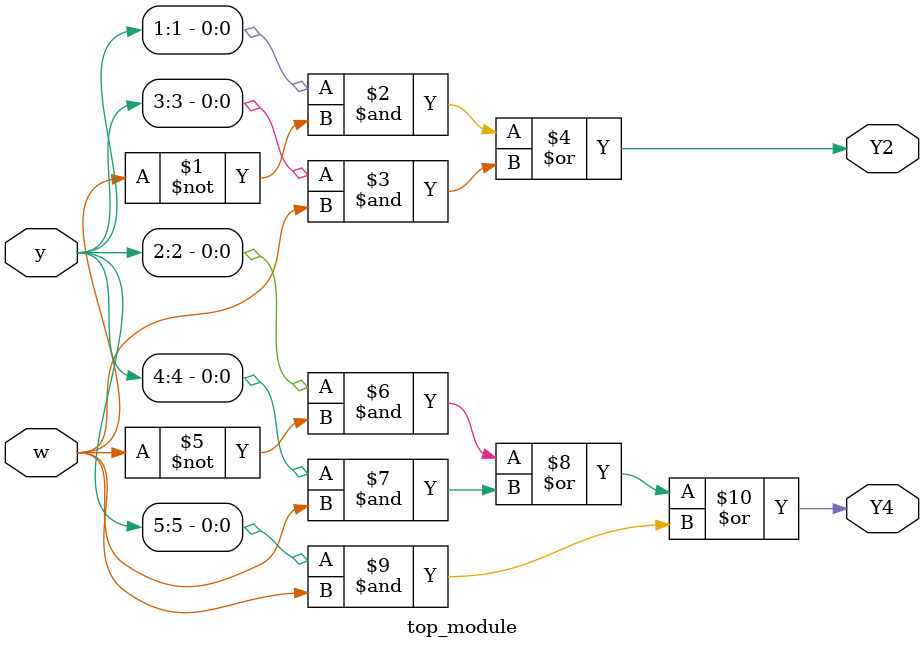
<source format=sv>
module top_module (
    input [6:1] y,
    input w,
    output Y2,
    output Y4
);

// Next-state logic for y[2] (state B and C)
assign Y2 = (y[1] & ~w) | (y[3] & w);

// Next-state logic for y[4] (state D, E, and F)
assign Y4 = (y[2] & ~w) | (y[4] & w) | (y[5] & w);

endmodule

</source>
